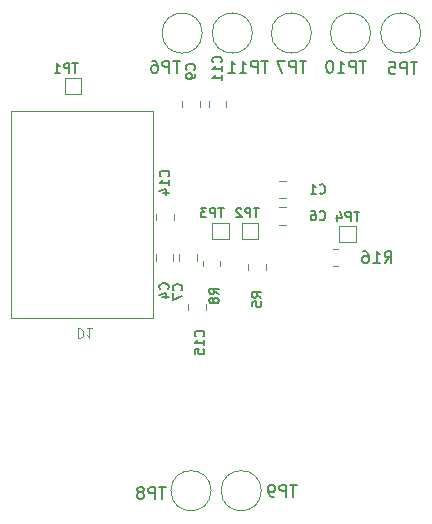
<source format=gbr>
%TF.GenerationSoftware,KiCad,Pcbnew,8.0.5-dirty*%
%TF.CreationDate,2024-11-05T15:40:08+03:00*%
%TF.ProjectId,switcher,73776974-6368-4657-922e-6b696361645f,rev?*%
%TF.SameCoordinates,Original*%
%TF.FileFunction,Legend,Bot*%
%TF.FilePolarity,Positive*%
%FSLAX46Y46*%
G04 Gerber Fmt 4.6, Leading zero omitted, Abs format (unit mm)*
G04 Created by KiCad (PCBNEW 8.0.5-dirty) date 2024-11-05 15:40:08*
%MOMM*%
%LPD*%
G01*
G04 APERTURE LIST*
%ADD10C,0.150000*%
%ADD11C,0.100000*%
%ADD12C,0.120000*%
G04 APERTURE END LIST*
D10*
X138538094Y-63354819D02*
X137966666Y-63354819D01*
X138252380Y-64354819D02*
X138252380Y-63354819D01*
X137633332Y-64354819D02*
X137633332Y-63354819D01*
X137633332Y-63354819D02*
X137252380Y-63354819D01*
X137252380Y-63354819D02*
X137157142Y-63402438D01*
X137157142Y-63402438D02*
X137109523Y-63450057D01*
X137109523Y-63450057D02*
X137061904Y-63545295D01*
X137061904Y-63545295D02*
X137061904Y-63688152D01*
X137061904Y-63688152D02*
X137109523Y-63783390D01*
X137109523Y-63783390D02*
X137157142Y-63831009D01*
X137157142Y-63831009D02*
X137252380Y-63878628D01*
X137252380Y-63878628D02*
X137633332Y-63878628D01*
X136109523Y-64354819D02*
X136680951Y-64354819D01*
X136395237Y-64354819D02*
X136395237Y-63354819D01*
X136395237Y-63354819D02*
X136490475Y-63497676D01*
X136490475Y-63497676D02*
X136585713Y-63592914D01*
X136585713Y-63592914D02*
X136680951Y-63640533D01*
X135157142Y-64354819D02*
X135728570Y-64354819D01*
X135442856Y-64354819D02*
X135442856Y-63354819D01*
X135442856Y-63354819D02*
X135538094Y-63497676D01*
X135538094Y-63497676D02*
X135633332Y-63592914D01*
X135633332Y-63592914D02*
X135728570Y-63640533D01*
X146838094Y-63354819D02*
X146266666Y-63354819D01*
X146552380Y-64354819D02*
X146552380Y-63354819D01*
X145933332Y-64354819D02*
X145933332Y-63354819D01*
X145933332Y-63354819D02*
X145552380Y-63354819D01*
X145552380Y-63354819D02*
X145457142Y-63402438D01*
X145457142Y-63402438D02*
X145409523Y-63450057D01*
X145409523Y-63450057D02*
X145361904Y-63545295D01*
X145361904Y-63545295D02*
X145361904Y-63688152D01*
X145361904Y-63688152D02*
X145409523Y-63783390D01*
X145409523Y-63783390D02*
X145457142Y-63831009D01*
X145457142Y-63831009D02*
X145552380Y-63878628D01*
X145552380Y-63878628D02*
X145933332Y-63878628D01*
X144409523Y-64354819D02*
X144980951Y-64354819D01*
X144695237Y-64354819D02*
X144695237Y-63354819D01*
X144695237Y-63354819D02*
X144790475Y-63497676D01*
X144790475Y-63497676D02*
X144885713Y-63592914D01*
X144885713Y-63592914D02*
X144980951Y-63640533D01*
X143790475Y-63354819D02*
X143695237Y-63354819D01*
X143695237Y-63354819D02*
X143599999Y-63402438D01*
X143599999Y-63402438D02*
X143552380Y-63450057D01*
X143552380Y-63450057D02*
X143504761Y-63545295D01*
X143504761Y-63545295D02*
X143457142Y-63735771D01*
X143457142Y-63735771D02*
X143457142Y-63973866D01*
X143457142Y-63973866D02*
X143504761Y-64164342D01*
X143504761Y-64164342D02*
X143552380Y-64259580D01*
X143552380Y-64259580D02*
X143599999Y-64307200D01*
X143599999Y-64307200D02*
X143695237Y-64354819D01*
X143695237Y-64354819D02*
X143790475Y-64354819D01*
X143790475Y-64354819D02*
X143885713Y-64307200D01*
X143885713Y-64307200D02*
X143933332Y-64259580D01*
X143933332Y-64259580D02*
X143980951Y-64164342D01*
X143980951Y-64164342D02*
X144028570Y-63973866D01*
X144028570Y-63973866D02*
X144028570Y-63735771D01*
X144028570Y-63735771D02*
X143980951Y-63545295D01*
X143980951Y-63545295D02*
X143933332Y-63450057D01*
X143933332Y-63450057D02*
X143885713Y-63402438D01*
X143885713Y-63402438D02*
X143790475Y-63354819D01*
X140961904Y-99254819D02*
X140390476Y-99254819D01*
X140676190Y-100254819D02*
X140676190Y-99254819D01*
X140057142Y-100254819D02*
X140057142Y-99254819D01*
X140057142Y-99254819D02*
X139676190Y-99254819D01*
X139676190Y-99254819D02*
X139580952Y-99302438D01*
X139580952Y-99302438D02*
X139533333Y-99350057D01*
X139533333Y-99350057D02*
X139485714Y-99445295D01*
X139485714Y-99445295D02*
X139485714Y-99588152D01*
X139485714Y-99588152D02*
X139533333Y-99683390D01*
X139533333Y-99683390D02*
X139580952Y-99731009D01*
X139580952Y-99731009D02*
X139676190Y-99778628D01*
X139676190Y-99778628D02*
X140057142Y-99778628D01*
X139009523Y-100254819D02*
X138819047Y-100254819D01*
X138819047Y-100254819D02*
X138723809Y-100207200D01*
X138723809Y-100207200D02*
X138676190Y-100159580D01*
X138676190Y-100159580D02*
X138580952Y-100016723D01*
X138580952Y-100016723D02*
X138533333Y-99826247D01*
X138533333Y-99826247D02*
X138533333Y-99445295D01*
X138533333Y-99445295D02*
X138580952Y-99350057D01*
X138580952Y-99350057D02*
X138628571Y-99302438D01*
X138628571Y-99302438D02*
X138723809Y-99254819D01*
X138723809Y-99254819D02*
X138914285Y-99254819D01*
X138914285Y-99254819D02*
X139009523Y-99302438D01*
X139009523Y-99302438D02*
X139057142Y-99350057D01*
X139057142Y-99350057D02*
X139104761Y-99445295D01*
X139104761Y-99445295D02*
X139104761Y-99683390D01*
X139104761Y-99683390D02*
X139057142Y-99778628D01*
X139057142Y-99778628D02*
X139009523Y-99826247D01*
X139009523Y-99826247D02*
X138914285Y-99873866D01*
X138914285Y-99873866D02*
X138723809Y-99873866D01*
X138723809Y-99873866D02*
X138628571Y-99826247D01*
X138628571Y-99826247D02*
X138580952Y-99778628D01*
X138580952Y-99778628D02*
X138533333Y-99683390D01*
X129861904Y-99454819D02*
X129290476Y-99454819D01*
X129576190Y-100454819D02*
X129576190Y-99454819D01*
X128957142Y-100454819D02*
X128957142Y-99454819D01*
X128957142Y-99454819D02*
X128576190Y-99454819D01*
X128576190Y-99454819D02*
X128480952Y-99502438D01*
X128480952Y-99502438D02*
X128433333Y-99550057D01*
X128433333Y-99550057D02*
X128385714Y-99645295D01*
X128385714Y-99645295D02*
X128385714Y-99788152D01*
X128385714Y-99788152D02*
X128433333Y-99883390D01*
X128433333Y-99883390D02*
X128480952Y-99931009D01*
X128480952Y-99931009D02*
X128576190Y-99978628D01*
X128576190Y-99978628D02*
X128957142Y-99978628D01*
X127814285Y-99883390D02*
X127909523Y-99835771D01*
X127909523Y-99835771D02*
X127957142Y-99788152D01*
X127957142Y-99788152D02*
X128004761Y-99692914D01*
X128004761Y-99692914D02*
X128004761Y-99645295D01*
X128004761Y-99645295D02*
X127957142Y-99550057D01*
X127957142Y-99550057D02*
X127909523Y-99502438D01*
X127909523Y-99502438D02*
X127814285Y-99454819D01*
X127814285Y-99454819D02*
X127623809Y-99454819D01*
X127623809Y-99454819D02*
X127528571Y-99502438D01*
X127528571Y-99502438D02*
X127480952Y-99550057D01*
X127480952Y-99550057D02*
X127433333Y-99645295D01*
X127433333Y-99645295D02*
X127433333Y-99692914D01*
X127433333Y-99692914D02*
X127480952Y-99788152D01*
X127480952Y-99788152D02*
X127528571Y-99835771D01*
X127528571Y-99835771D02*
X127623809Y-99883390D01*
X127623809Y-99883390D02*
X127814285Y-99883390D01*
X127814285Y-99883390D02*
X127909523Y-99931009D01*
X127909523Y-99931009D02*
X127957142Y-99978628D01*
X127957142Y-99978628D02*
X128004761Y-100073866D01*
X128004761Y-100073866D02*
X128004761Y-100264342D01*
X128004761Y-100264342D02*
X127957142Y-100359580D01*
X127957142Y-100359580D02*
X127909523Y-100407200D01*
X127909523Y-100407200D02*
X127814285Y-100454819D01*
X127814285Y-100454819D02*
X127623809Y-100454819D01*
X127623809Y-100454819D02*
X127528571Y-100407200D01*
X127528571Y-100407200D02*
X127480952Y-100359580D01*
X127480952Y-100359580D02*
X127433333Y-100264342D01*
X127433333Y-100264342D02*
X127433333Y-100073866D01*
X127433333Y-100073866D02*
X127480952Y-99978628D01*
X127480952Y-99978628D02*
X127528571Y-99931009D01*
X127528571Y-99931009D02*
X127623809Y-99883390D01*
X141761904Y-63354819D02*
X141190476Y-63354819D01*
X141476190Y-64354819D02*
X141476190Y-63354819D01*
X140857142Y-64354819D02*
X140857142Y-63354819D01*
X140857142Y-63354819D02*
X140476190Y-63354819D01*
X140476190Y-63354819D02*
X140380952Y-63402438D01*
X140380952Y-63402438D02*
X140333333Y-63450057D01*
X140333333Y-63450057D02*
X140285714Y-63545295D01*
X140285714Y-63545295D02*
X140285714Y-63688152D01*
X140285714Y-63688152D02*
X140333333Y-63783390D01*
X140333333Y-63783390D02*
X140380952Y-63831009D01*
X140380952Y-63831009D02*
X140476190Y-63878628D01*
X140476190Y-63878628D02*
X140857142Y-63878628D01*
X139952380Y-63354819D02*
X139285714Y-63354819D01*
X139285714Y-63354819D02*
X139714285Y-64354819D01*
X131061904Y-63354819D02*
X130490476Y-63354819D01*
X130776190Y-64354819D02*
X130776190Y-63354819D01*
X130157142Y-64354819D02*
X130157142Y-63354819D01*
X130157142Y-63354819D02*
X129776190Y-63354819D01*
X129776190Y-63354819D02*
X129680952Y-63402438D01*
X129680952Y-63402438D02*
X129633333Y-63450057D01*
X129633333Y-63450057D02*
X129585714Y-63545295D01*
X129585714Y-63545295D02*
X129585714Y-63688152D01*
X129585714Y-63688152D02*
X129633333Y-63783390D01*
X129633333Y-63783390D02*
X129680952Y-63831009D01*
X129680952Y-63831009D02*
X129776190Y-63878628D01*
X129776190Y-63878628D02*
X130157142Y-63878628D01*
X128728571Y-63354819D02*
X128919047Y-63354819D01*
X128919047Y-63354819D02*
X129014285Y-63402438D01*
X129014285Y-63402438D02*
X129061904Y-63450057D01*
X129061904Y-63450057D02*
X129157142Y-63592914D01*
X129157142Y-63592914D02*
X129204761Y-63783390D01*
X129204761Y-63783390D02*
X129204761Y-64164342D01*
X129204761Y-64164342D02*
X129157142Y-64259580D01*
X129157142Y-64259580D02*
X129109523Y-64307200D01*
X129109523Y-64307200D02*
X129014285Y-64354819D01*
X129014285Y-64354819D02*
X128823809Y-64354819D01*
X128823809Y-64354819D02*
X128728571Y-64307200D01*
X128728571Y-64307200D02*
X128680952Y-64259580D01*
X128680952Y-64259580D02*
X128633333Y-64164342D01*
X128633333Y-64164342D02*
X128633333Y-63926247D01*
X128633333Y-63926247D02*
X128680952Y-63831009D01*
X128680952Y-63831009D02*
X128728571Y-63783390D01*
X128728571Y-63783390D02*
X128823809Y-63735771D01*
X128823809Y-63735771D02*
X129014285Y-63735771D01*
X129014285Y-63735771D02*
X129109523Y-63783390D01*
X129109523Y-63783390D02*
X129157142Y-63831009D01*
X129157142Y-63831009D02*
X129204761Y-63926247D01*
X151161904Y-63454819D02*
X150590476Y-63454819D01*
X150876190Y-64454819D02*
X150876190Y-63454819D01*
X150257142Y-64454819D02*
X150257142Y-63454819D01*
X150257142Y-63454819D02*
X149876190Y-63454819D01*
X149876190Y-63454819D02*
X149780952Y-63502438D01*
X149780952Y-63502438D02*
X149733333Y-63550057D01*
X149733333Y-63550057D02*
X149685714Y-63645295D01*
X149685714Y-63645295D02*
X149685714Y-63788152D01*
X149685714Y-63788152D02*
X149733333Y-63883390D01*
X149733333Y-63883390D02*
X149780952Y-63931009D01*
X149780952Y-63931009D02*
X149876190Y-63978628D01*
X149876190Y-63978628D02*
X150257142Y-63978628D01*
X148780952Y-63454819D02*
X149257142Y-63454819D01*
X149257142Y-63454819D02*
X149304761Y-63931009D01*
X149304761Y-63931009D02*
X149257142Y-63883390D01*
X149257142Y-63883390D02*
X149161904Y-63835771D01*
X149161904Y-63835771D02*
X148923809Y-63835771D01*
X148923809Y-63835771D02*
X148828571Y-63883390D01*
X148828571Y-63883390D02*
X148780952Y-63931009D01*
X148780952Y-63931009D02*
X148733333Y-64026247D01*
X148733333Y-64026247D02*
X148733333Y-64264342D01*
X148733333Y-64264342D02*
X148780952Y-64359580D01*
X148780952Y-64359580D02*
X148828571Y-64407200D01*
X148828571Y-64407200D02*
X148923809Y-64454819D01*
X148923809Y-64454819D02*
X149161904Y-64454819D01*
X149161904Y-64454819D02*
X149257142Y-64407200D01*
X149257142Y-64407200D02*
X149304761Y-64359580D01*
X148392857Y-80454819D02*
X148726190Y-79978628D01*
X148964285Y-80454819D02*
X148964285Y-79454819D01*
X148964285Y-79454819D02*
X148583333Y-79454819D01*
X148583333Y-79454819D02*
X148488095Y-79502438D01*
X148488095Y-79502438D02*
X148440476Y-79550057D01*
X148440476Y-79550057D02*
X148392857Y-79645295D01*
X148392857Y-79645295D02*
X148392857Y-79788152D01*
X148392857Y-79788152D02*
X148440476Y-79883390D01*
X148440476Y-79883390D02*
X148488095Y-79931009D01*
X148488095Y-79931009D02*
X148583333Y-79978628D01*
X148583333Y-79978628D02*
X148964285Y-79978628D01*
X147440476Y-80454819D02*
X148011904Y-80454819D01*
X147726190Y-80454819D02*
X147726190Y-79454819D01*
X147726190Y-79454819D02*
X147821428Y-79597676D01*
X147821428Y-79597676D02*
X147916666Y-79692914D01*
X147916666Y-79692914D02*
X148011904Y-79740533D01*
X146583333Y-79454819D02*
X146773809Y-79454819D01*
X146773809Y-79454819D02*
X146869047Y-79502438D01*
X146869047Y-79502438D02*
X146916666Y-79550057D01*
X146916666Y-79550057D02*
X147011904Y-79692914D01*
X147011904Y-79692914D02*
X147059523Y-79883390D01*
X147059523Y-79883390D02*
X147059523Y-80264342D01*
X147059523Y-80264342D02*
X147011904Y-80359580D01*
X147011904Y-80359580D02*
X146964285Y-80407200D01*
X146964285Y-80407200D02*
X146869047Y-80454819D01*
X146869047Y-80454819D02*
X146678571Y-80454819D01*
X146678571Y-80454819D02*
X146583333Y-80407200D01*
X146583333Y-80407200D02*
X146535714Y-80359580D01*
X146535714Y-80359580D02*
X146488095Y-80264342D01*
X146488095Y-80264342D02*
X146488095Y-80026247D01*
X146488095Y-80026247D02*
X146535714Y-79931009D01*
X146535714Y-79931009D02*
X146583333Y-79883390D01*
X146583333Y-79883390D02*
X146678571Y-79835771D01*
X146678571Y-79835771D02*
X146869047Y-79835771D01*
X146869047Y-79835771D02*
X146964285Y-79883390D01*
X146964285Y-79883390D02*
X147011904Y-79931009D01*
X147011904Y-79931009D02*
X147059523Y-80026247D01*
X130086104Y-73135714D02*
X130124200Y-73097618D01*
X130124200Y-73097618D02*
X130162295Y-72983333D01*
X130162295Y-72983333D02*
X130162295Y-72907142D01*
X130162295Y-72907142D02*
X130124200Y-72792856D01*
X130124200Y-72792856D02*
X130048009Y-72716666D01*
X130048009Y-72716666D02*
X129971819Y-72678571D01*
X129971819Y-72678571D02*
X129819438Y-72640475D01*
X129819438Y-72640475D02*
X129705152Y-72640475D01*
X129705152Y-72640475D02*
X129552771Y-72678571D01*
X129552771Y-72678571D02*
X129476580Y-72716666D01*
X129476580Y-72716666D02*
X129400390Y-72792856D01*
X129400390Y-72792856D02*
X129362295Y-72907142D01*
X129362295Y-72907142D02*
X129362295Y-72983333D01*
X129362295Y-72983333D02*
X129400390Y-73097618D01*
X129400390Y-73097618D02*
X129438485Y-73135714D01*
X130162295Y-73897618D02*
X130162295Y-73440475D01*
X130162295Y-73669047D02*
X129362295Y-73669047D01*
X129362295Y-73669047D02*
X129476580Y-73592856D01*
X129476580Y-73592856D02*
X129552771Y-73516666D01*
X129552771Y-73516666D02*
X129590866Y-73440475D01*
X129628961Y-74583333D02*
X130162295Y-74583333D01*
X129324200Y-74392857D02*
X129895628Y-74202380D01*
X129895628Y-74202380D02*
X129895628Y-74697619D01*
X132286104Y-64116667D02*
X132324200Y-64078571D01*
X132324200Y-64078571D02*
X132362295Y-63964286D01*
X132362295Y-63964286D02*
X132362295Y-63888095D01*
X132362295Y-63888095D02*
X132324200Y-63773809D01*
X132324200Y-63773809D02*
X132248009Y-63697619D01*
X132248009Y-63697619D02*
X132171819Y-63659524D01*
X132171819Y-63659524D02*
X132019438Y-63621428D01*
X132019438Y-63621428D02*
X131905152Y-63621428D01*
X131905152Y-63621428D02*
X131752771Y-63659524D01*
X131752771Y-63659524D02*
X131676580Y-63697619D01*
X131676580Y-63697619D02*
X131600390Y-63773809D01*
X131600390Y-63773809D02*
X131562295Y-63888095D01*
X131562295Y-63888095D02*
X131562295Y-63964286D01*
X131562295Y-63964286D02*
X131600390Y-64078571D01*
X131600390Y-64078571D02*
X131638485Y-64116667D01*
X132362295Y-64497619D02*
X132362295Y-64650000D01*
X132362295Y-64650000D02*
X132324200Y-64726190D01*
X132324200Y-64726190D02*
X132286104Y-64764286D01*
X132286104Y-64764286D02*
X132171819Y-64840476D01*
X132171819Y-64840476D02*
X132019438Y-64878571D01*
X132019438Y-64878571D02*
X131714676Y-64878571D01*
X131714676Y-64878571D02*
X131638485Y-64840476D01*
X131638485Y-64840476D02*
X131600390Y-64802381D01*
X131600390Y-64802381D02*
X131562295Y-64726190D01*
X131562295Y-64726190D02*
X131562295Y-64573809D01*
X131562295Y-64573809D02*
X131600390Y-64497619D01*
X131600390Y-64497619D02*
X131638485Y-64459524D01*
X131638485Y-64459524D02*
X131714676Y-64421428D01*
X131714676Y-64421428D02*
X131905152Y-64421428D01*
X131905152Y-64421428D02*
X131981342Y-64459524D01*
X131981342Y-64459524D02*
X132019438Y-64497619D01*
X132019438Y-64497619D02*
X132057533Y-64573809D01*
X132057533Y-64573809D02*
X132057533Y-64726190D01*
X132057533Y-64726190D02*
X132019438Y-64802381D01*
X132019438Y-64802381D02*
X131981342Y-64840476D01*
X131981342Y-64840476D02*
X131905152Y-64878571D01*
X133036104Y-86685714D02*
X133074200Y-86647618D01*
X133074200Y-86647618D02*
X133112295Y-86533333D01*
X133112295Y-86533333D02*
X133112295Y-86457142D01*
X133112295Y-86457142D02*
X133074200Y-86342856D01*
X133074200Y-86342856D02*
X132998009Y-86266666D01*
X132998009Y-86266666D02*
X132921819Y-86228571D01*
X132921819Y-86228571D02*
X132769438Y-86190475D01*
X132769438Y-86190475D02*
X132655152Y-86190475D01*
X132655152Y-86190475D02*
X132502771Y-86228571D01*
X132502771Y-86228571D02*
X132426580Y-86266666D01*
X132426580Y-86266666D02*
X132350390Y-86342856D01*
X132350390Y-86342856D02*
X132312295Y-86457142D01*
X132312295Y-86457142D02*
X132312295Y-86533333D01*
X132312295Y-86533333D02*
X132350390Y-86647618D01*
X132350390Y-86647618D02*
X132388485Y-86685714D01*
X133112295Y-87447618D02*
X133112295Y-86990475D01*
X133112295Y-87219047D02*
X132312295Y-87219047D01*
X132312295Y-87219047D02*
X132426580Y-87142856D01*
X132426580Y-87142856D02*
X132502771Y-87066666D01*
X132502771Y-87066666D02*
X132540866Y-86990475D01*
X132312295Y-88171428D02*
X132312295Y-87790476D01*
X132312295Y-87790476D02*
X132693247Y-87752380D01*
X132693247Y-87752380D02*
X132655152Y-87790476D01*
X132655152Y-87790476D02*
X132617057Y-87866666D01*
X132617057Y-87866666D02*
X132617057Y-88057142D01*
X132617057Y-88057142D02*
X132655152Y-88133333D01*
X132655152Y-88133333D02*
X132693247Y-88171428D01*
X132693247Y-88171428D02*
X132769438Y-88209523D01*
X132769438Y-88209523D02*
X132959914Y-88209523D01*
X132959914Y-88209523D02*
X133036104Y-88171428D01*
X133036104Y-88171428D02*
X133074200Y-88133333D01*
X133074200Y-88133333D02*
X133112295Y-88057142D01*
X133112295Y-88057142D02*
X133112295Y-87866666D01*
X133112295Y-87866666D02*
X133074200Y-87790476D01*
X133074200Y-87790476D02*
X133036104Y-87752380D01*
X134536104Y-63485714D02*
X134574200Y-63447618D01*
X134574200Y-63447618D02*
X134612295Y-63333333D01*
X134612295Y-63333333D02*
X134612295Y-63257142D01*
X134612295Y-63257142D02*
X134574200Y-63142856D01*
X134574200Y-63142856D02*
X134498009Y-63066666D01*
X134498009Y-63066666D02*
X134421819Y-63028571D01*
X134421819Y-63028571D02*
X134269438Y-62990475D01*
X134269438Y-62990475D02*
X134155152Y-62990475D01*
X134155152Y-62990475D02*
X134002771Y-63028571D01*
X134002771Y-63028571D02*
X133926580Y-63066666D01*
X133926580Y-63066666D02*
X133850390Y-63142856D01*
X133850390Y-63142856D02*
X133812295Y-63257142D01*
X133812295Y-63257142D02*
X133812295Y-63333333D01*
X133812295Y-63333333D02*
X133850390Y-63447618D01*
X133850390Y-63447618D02*
X133888485Y-63485714D01*
X134612295Y-64247618D02*
X134612295Y-63790475D01*
X134612295Y-64019047D02*
X133812295Y-64019047D01*
X133812295Y-64019047D02*
X133926580Y-63942856D01*
X133926580Y-63942856D02*
X134002771Y-63866666D01*
X134002771Y-63866666D02*
X134040866Y-63790475D01*
X134612295Y-65009523D02*
X134612295Y-64552380D01*
X134612295Y-64780952D02*
X133812295Y-64780952D01*
X133812295Y-64780952D02*
X133926580Y-64704761D01*
X133926580Y-64704761D02*
X134002771Y-64628571D01*
X134002771Y-64628571D02*
X134040866Y-64552380D01*
X142883332Y-76786104D02*
X142921428Y-76824200D01*
X142921428Y-76824200D02*
X143035713Y-76862295D01*
X143035713Y-76862295D02*
X143111904Y-76862295D01*
X143111904Y-76862295D02*
X143226190Y-76824200D01*
X143226190Y-76824200D02*
X143302380Y-76748009D01*
X143302380Y-76748009D02*
X143340475Y-76671819D01*
X143340475Y-76671819D02*
X143378571Y-76519438D01*
X143378571Y-76519438D02*
X143378571Y-76405152D01*
X143378571Y-76405152D02*
X143340475Y-76252771D01*
X143340475Y-76252771D02*
X143302380Y-76176580D01*
X143302380Y-76176580D02*
X143226190Y-76100390D01*
X143226190Y-76100390D02*
X143111904Y-76062295D01*
X143111904Y-76062295D02*
X143035713Y-76062295D01*
X143035713Y-76062295D02*
X142921428Y-76100390D01*
X142921428Y-76100390D02*
X142883332Y-76138485D01*
X142197618Y-76062295D02*
X142349999Y-76062295D01*
X142349999Y-76062295D02*
X142426190Y-76100390D01*
X142426190Y-76100390D02*
X142464285Y-76138485D01*
X142464285Y-76138485D02*
X142540475Y-76252771D01*
X142540475Y-76252771D02*
X142578571Y-76405152D01*
X142578571Y-76405152D02*
X142578571Y-76709914D01*
X142578571Y-76709914D02*
X142540475Y-76786104D01*
X142540475Y-76786104D02*
X142502380Y-76824200D01*
X142502380Y-76824200D02*
X142426190Y-76862295D01*
X142426190Y-76862295D02*
X142273809Y-76862295D01*
X142273809Y-76862295D02*
X142197618Y-76824200D01*
X142197618Y-76824200D02*
X142159523Y-76786104D01*
X142159523Y-76786104D02*
X142121428Y-76709914D01*
X142121428Y-76709914D02*
X142121428Y-76519438D01*
X142121428Y-76519438D02*
X142159523Y-76443247D01*
X142159523Y-76443247D02*
X142197618Y-76405152D01*
X142197618Y-76405152D02*
X142273809Y-76367057D01*
X142273809Y-76367057D02*
X142426190Y-76367057D01*
X142426190Y-76367057D02*
X142502380Y-76405152D01*
X142502380Y-76405152D02*
X142540475Y-76443247D01*
X142540475Y-76443247D02*
X142578571Y-76519438D01*
X142883332Y-74536104D02*
X142921428Y-74574200D01*
X142921428Y-74574200D02*
X143035713Y-74612295D01*
X143035713Y-74612295D02*
X143111904Y-74612295D01*
X143111904Y-74612295D02*
X143226190Y-74574200D01*
X143226190Y-74574200D02*
X143302380Y-74498009D01*
X143302380Y-74498009D02*
X143340475Y-74421819D01*
X143340475Y-74421819D02*
X143378571Y-74269438D01*
X143378571Y-74269438D02*
X143378571Y-74155152D01*
X143378571Y-74155152D02*
X143340475Y-74002771D01*
X143340475Y-74002771D02*
X143302380Y-73926580D01*
X143302380Y-73926580D02*
X143226190Y-73850390D01*
X143226190Y-73850390D02*
X143111904Y-73812295D01*
X143111904Y-73812295D02*
X143035713Y-73812295D01*
X143035713Y-73812295D02*
X142921428Y-73850390D01*
X142921428Y-73850390D02*
X142883332Y-73888485D01*
X142121428Y-74612295D02*
X142578571Y-74612295D01*
X142349999Y-74612295D02*
X142349999Y-73812295D01*
X142349999Y-73812295D02*
X142426190Y-73926580D01*
X142426190Y-73926580D02*
X142502380Y-74002771D01*
X142502380Y-74002771D02*
X142578571Y-74040866D01*
X130036104Y-82666667D02*
X130074200Y-82628571D01*
X130074200Y-82628571D02*
X130112295Y-82514286D01*
X130112295Y-82514286D02*
X130112295Y-82438095D01*
X130112295Y-82438095D02*
X130074200Y-82323809D01*
X130074200Y-82323809D02*
X129998009Y-82247619D01*
X129998009Y-82247619D02*
X129921819Y-82209524D01*
X129921819Y-82209524D02*
X129769438Y-82171428D01*
X129769438Y-82171428D02*
X129655152Y-82171428D01*
X129655152Y-82171428D02*
X129502771Y-82209524D01*
X129502771Y-82209524D02*
X129426580Y-82247619D01*
X129426580Y-82247619D02*
X129350390Y-82323809D01*
X129350390Y-82323809D02*
X129312295Y-82438095D01*
X129312295Y-82438095D02*
X129312295Y-82514286D01*
X129312295Y-82514286D02*
X129350390Y-82628571D01*
X129350390Y-82628571D02*
X129388485Y-82666667D01*
X129578961Y-83352381D02*
X130112295Y-83352381D01*
X129274200Y-83161905D02*
X129845628Y-82971428D01*
X129845628Y-82971428D02*
X129845628Y-83466667D01*
X134759523Y-75812295D02*
X134302380Y-75812295D01*
X134530952Y-76612295D02*
X134530952Y-75812295D01*
X134035713Y-76612295D02*
X134035713Y-75812295D01*
X134035713Y-75812295D02*
X133730951Y-75812295D01*
X133730951Y-75812295D02*
X133654761Y-75850390D01*
X133654761Y-75850390D02*
X133616666Y-75888485D01*
X133616666Y-75888485D02*
X133578570Y-75964676D01*
X133578570Y-75964676D02*
X133578570Y-76078961D01*
X133578570Y-76078961D02*
X133616666Y-76155152D01*
X133616666Y-76155152D02*
X133654761Y-76193247D01*
X133654761Y-76193247D02*
X133730951Y-76231342D01*
X133730951Y-76231342D02*
X134035713Y-76231342D01*
X133311904Y-75812295D02*
X132816666Y-75812295D01*
X132816666Y-75812295D02*
X133083332Y-76117057D01*
X133083332Y-76117057D02*
X132969047Y-76117057D01*
X132969047Y-76117057D02*
X132892856Y-76155152D01*
X132892856Y-76155152D02*
X132854761Y-76193247D01*
X132854761Y-76193247D02*
X132816666Y-76269438D01*
X132816666Y-76269438D02*
X132816666Y-76459914D01*
X132816666Y-76459914D02*
X132854761Y-76536104D01*
X132854761Y-76536104D02*
X132892856Y-76574200D01*
X132892856Y-76574200D02*
X132969047Y-76612295D01*
X132969047Y-76612295D02*
X133197618Y-76612295D01*
X133197618Y-76612295D02*
X133273809Y-76574200D01*
X133273809Y-76574200D02*
X133311904Y-76536104D01*
X122409523Y-63562295D02*
X121952380Y-63562295D01*
X122180952Y-64362295D02*
X122180952Y-63562295D01*
X121685713Y-64362295D02*
X121685713Y-63562295D01*
X121685713Y-63562295D02*
X121380951Y-63562295D01*
X121380951Y-63562295D02*
X121304761Y-63600390D01*
X121304761Y-63600390D02*
X121266666Y-63638485D01*
X121266666Y-63638485D02*
X121228570Y-63714676D01*
X121228570Y-63714676D02*
X121228570Y-63828961D01*
X121228570Y-63828961D02*
X121266666Y-63905152D01*
X121266666Y-63905152D02*
X121304761Y-63943247D01*
X121304761Y-63943247D02*
X121380951Y-63981342D01*
X121380951Y-63981342D02*
X121685713Y-63981342D01*
X120466666Y-64362295D02*
X120923809Y-64362295D01*
X120695237Y-64362295D02*
X120695237Y-63562295D01*
X120695237Y-63562295D02*
X120771428Y-63676580D01*
X120771428Y-63676580D02*
X120847618Y-63752771D01*
X120847618Y-63752771D02*
X120923809Y-63790866D01*
X134362295Y-83116667D02*
X133981342Y-82850000D01*
X134362295Y-82659524D02*
X133562295Y-82659524D01*
X133562295Y-82659524D02*
X133562295Y-82964286D01*
X133562295Y-82964286D02*
X133600390Y-83040476D01*
X133600390Y-83040476D02*
X133638485Y-83078571D01*
X133638485Y-83078571D02*
X133714676Y-83116667D01*
X133714676Y-83116667D02*
X133828961Y-83116667D01*
X133828961Y-83116667D02*
X133905152Y-83078571D01*
X133905152Y-83078571D02*
X133943247Y-83040476D01*
X133943247Y-83040476D02*
X133981342Y-82964286D01*
X133981342Y-82964286D02*
X133981342Y-82659524D01*
X133905152Y-83573809D02*
X133867057Y-83497619D01*
X133867057Y-83497619D02*
X133828961Y-83459524D01*
X133828961Y-83459524D02*
X133752771Y-83421428D01*
X133752771Y-83421428D02*
X133714676Y-83421428D01*
X133714676Y-83421428D02*
X133638485Y-83459524D01*
X133638485Y-83459524D02*
X133600390Y-83497619D01*
X133600390Y-83497619D02*
X133562295Y-83573809D01*
X133562295Y-83573809D02*
X133562295Y-83726190D01*
X133562295Y-83726190D02*
X133600390Y-83802381D01*
X133600390Y-83802381D02*
X133638485Y-83840476D01*
X133638485Y-83840476D02*
X133714676Y-83878571D01*
X133714676Y-83878571D02*
X133752771Y-83878571D01*
X133752771Y-83878571D02*
X133828961Y-83840476D01*
X133828961Y-83840476D02*
X133867057Y-83802381D01*
X133867057Y-83802381D02*
X133905152Y-83726190D01*
X133905152Y-83726190D02*
X133905152Y-83573809D01*
X133905152Y-83573809D02*
X133943247Y-83497619D01*
X133943247Y-83497619D02*
X133981342Y-83459524D01*
X133981342Y-83459524D02*
X134057533Y-83421428D01*
X134057533Y-83421428D02*
X134209914Y-83421428D01*
X134209914Y-83421428D02*
X134286104Y-83459524D01*
X134286104Y-83459524D02*
X134324200Y-83497619D01*
X134324200Y-83497619D02*
X134362295Y-83573809D01*
X134362295Y-83573809D02*
X134362295Y-83726190D01*
X134362295Y-83726190D02*
X134324200Y-83802381D01*
X134324200Y-83802381D02*
X134286104Y-83840476D01*
X134286104Y-83840476D02*
X134209914Y-83878571D01*
X134209914Y-83878571D02*
X134057533Y-83878571D01*
X134057533Y-83878571D02*
X133981342Y-83840476D01*
X133981342Y-83840476D02*
X133943247Y-83802381D01*
X133943247Y-83802381D02*
X133905152Y-83726190D01*
X137962295Y-83416667D02*
X137581342Y-83150000D01*
X137962295Y-82959524D02*
X137162295Y-82959524D01*
X137162295Y-82959524D02*
X137162295Y-83264286D01*
X137162295Y-83264286D02*
X137200390Y-83340476D01*
X137200390Y-83340476D02*
X137238485Y-83378571D01*
X137238485Y-83378571D02*
X137314676Y-83416667D01*
X137314676Y-83416667D02*
X137428961Y-83416667D01*
X137428961Y-83416667D02*
X137505152Y-83378571D01*
X137505152Y-83378571D02*
X137543247Y-83340476D01*
X137543247Y-83340476D02*
X137581342Y-83264286D01*
X137581342Y-83264286D02*
X137581342Y-82959524D01*
X137162295Y-84140476D02*
X137162295Y-83759524D01*
X137162295Y-83759524D02*
X137543247Y-83721428D01*
X137543247Y-83721428D02*
X137505152Y-83759524D01*
X137505152Y-83759524D02*
X137467057Y-83835714D01*
X137467057Y-83835714D02*
X137467057Y-84026190D01*
X137467057Y-84026190D02*
X137505152Y-84102381D01*
X137505152Y-84102381D02*
X137543247Y-84140476D01*
X137543247Y-84140476D02*
X137619438Y-84178571D01*
X137619438Y-84178571D02*
X137809914Y-84178571D01*
X137809914Y-84178571D02*
X137886104Y-84140476D01*
X137886104Y-84140476D02*
X137924200Y-84102381D01*
X137924200Y-84102381D02*
X137962295Y-84026190D01*
X137962295Y-84026190D02*
X137962295Y-83835714D01*
X137962295Y-83835714D02*
X137924200Y-83759524D01*
X137924200Y-83759524D02*
X137886104Y-83721428D01*
X131186104Y-82766667D02*
X131224200Y-82728571D01*
X131224200Y-82728571D02*
X131262295Y-82614286D01*
X131262295Y-82614286D02*
X131262295Y-82538095D01*
X131262295Y-82538095D02*
X131224200Y-82423809D01*
X131224200Y-82423809D02*
X131148009Y-82347619D01*
X131148009Y-82347619D02*
X131071819Y-82309524D01*
X131071819Y-82309524D02*
X130919438Y-82271428D01*
X130919438Y-82271428D02*
X130805152Y-82271428D01*
X130805152Y-82271428D02*
X130652771Y-82309524D01*
X130652771Y-82309524D02*
X130576580Y-82347619D01*
X130576580Y-82347619D02*
X130500390Y-82423809D01*
X130500390Y-82423809D02*
X130462295Y-82538095D01*
X130462295Y-82538095D02*
X130462295Y-82614286D01*
X130462295Y-82614286D02*
X130500390Y-82728571D01*
X130500390Y-82728571D02*
X130538485Y-82766667D01*
X130462295Y-83033333D02*
X130462295Y-83566667D01*
X130462295Y-83566667D02*
X131262295Y-83223809D01*
X137759523Y-75812295D02*
X137302380Y-75812295D01*
X137530952Y-76612295D02*
X137530952Y-75812295D01*
X137035713Y-76612295D02*
X137035713Y-75812295D01*
X137035713Y-75812295D02*
X136730951Y-75812295D01*
X136730951Y-75812295D02*
X136654761Y-75850390D01*
X136654761Y-75850390D02*
X136616666Y-75888485D01*
X136616666Y-75888485D02*
X136578570Y-75964676D01*
X136578570Y-75964676D02*
X136578570Y-76078961D01*
X136578570Y-76078961D02*
X136616666Y-76155152D01*
X136616666Y-76155152D02*
X136654761Y-76193247D01*
X136654761Y-76193247D02*
X136730951Y-76231342D01*
X136730951Y-76231342D02*
X137035713Y-76231342D01*
X136273809Y-75888485D02*
X136235713Y-75850390D01*
X136235713Y-75850390D02*
X136159523Y-75812295D01*
X136159523Y-75812295D02*
X135969047Y-75812295D01*
X135969047Y-75812295D02*
X135892856Y-75850390D01*
X135892856Y-75850390D02*
X135854761Y-75888485D01*
X135854761Y-75888485D02*
X135816666Y-75964676D01*
X135816666Y-75964676D02*
X135816666Y-76040866D01*
X135816666Y-76040866D02*
X135854761Y-76155152D01*
X135854761Y-76155152D02*
X136311904Y-76612295D01*
X136311904Y-76612295D02*
X135816666Y-76612295D01*
D11*
X122409524Y-86010104D02*
X122409524Y-86810104D01*
X122409524Y-86810104D02*
X122600000Y-86810104D01*
X122600000Y-86810104D02*
X122714286Y-86772009D01*
X122714286Y-86772009D02*
X122790476Y-86695819D01*
X122790476Y-86695819D02*
X122828571Y-86619628D01*
X122828571Y-86619628D02*
X122866667Y-86467247D01*
X122866667Y-86467247D02*
X122866667Y-86352961D01*
X122866667Y-86352961D02*
X122828571Y-86200580D01*
X122828571Y-86200580D02*
X122790476Y-86124390D01*
X122790476Y-86124390D02*
X122714286Y-86048200D01*
X122714286Y-86048200D02*
X122600000Y-86010104D01*
X122600000Y-86010104D02*
X122409524Y-86010104D01*
X123628571Y-86010104D02*
X123171428Y-86010104D01*
X123400000Y-86010104D02*
X123400000Y-86810104D01*
X123400000Y-86810104D02*
X123323809Y-86695819D01*
X123323809Y-86695819D02*
X123247619Y-86619628D01*
X123247619Y-86619628D02*
X123171428Y-86581533D01*
D10*
X146259523Y-76114295D02*
X145802380Y-76114295D01*
X146030952Y-76914295D02*
X146030952Y-76114295D01*
X145535713Y-76914295D02*
X145535713Y-76114295D01*
X145535713Y-76114295D02*
X145230951Y-76114295D01*
X145230951Y-76114295D02*
X145154761Y-76152390D01*
X145154761Y-76152390D02*
X145116666Y-76190485D01*
X145116666Y-76190485D02*
X145078570Y-76266676D01*
X145078570Y-76266676D02*
X145078570Y-76380961D01*
X145078570Y-76380961D02*
X145116666Y-76457152D01*
X145116666Y-76457152D02*
X145154761Y-76495247D01*
X145154761Y-76495247D02*
X145230951Y-76533342D01*
X145230951Y-76533342D02*
X145535713Y-76533342D01*
X144392856Y-76380961D02*
X144392856Y-76914295D01*
X144583332Y-76076200D02*
X144773809Y-76647628D01*
X144773809Y-76647628D02*
X144278570Y-76647628D01*
D12*
%TO.C,TP11*%
X137200000Y-61000000D02*
G75*
G02*
X133800000Y-61000000I-1700000J0D01*
G01*
X133800000Y-61000000D02*
G75*
G02*
X137200000Y-61000000I1700000J0D01*
G01*
%TO.C,TP10*%
X147200000Y-61000000D02*
G75*
G02*
X143800000Y-61000000I-1700000J0D01*
G01*
X143800000Y-61000000D02*
G75*
G02*
X147200000Y-61000000I1700000J0D01*
G01*
%TO.C,TP9*%
X137950000Y-99750000D02*
G75*
G02*
X134550000Y-99750000I-1700000J0D01*
G01*
X134550000Y-99750000D02*
G75*
G02*
X137950000Y-99750000I1700000J0D01*
G01*
%TO.C,TP8*%
X133700000Y-99750000D02*
G75*
G02*
X130300000Y-99750000I-1700000J0D01*
G01*
X130300000Y-99750000D02*
G75*
G02*
X133700000Y-99750000I1700000J0D01*
G01*
%TO.C,TP7*%
X142200000Y-61000000D02*
G75*
G02*
X138800000Y-61000000I-1700000J0D01*
G01*
X138800000Y-61000000D02*
G75*
G02*
X142200000Y-61000000I1700000J0D01*
G01*
%TO.C,TP6*%
X132950000Y-61000000D02*
G75*
G02*
X129550000Y-61000000I-1700000J0D01*
G01*
X129550000Y-61000000D02*
G75*
G02*
X132950000Y-61000000I1700000J0D01*
G01*
%TO.C,TP5*%
X151450000Y-61000000D02*
G75*
G02*
X148050000Y-61000000I-1700000J0D01*
G01*
X148050000Y-61000000D02*
G75*
G02*
X151450000Y-61000000I1700000J0D01*
G01*
%TO.C,R16*%
X144022936Y-79265000D02*
X144477064Y-79265000D01*
X144022936Y-80735000D02*
X144477064Y-80735000D01*
%TO.C,C14*%
X130535000Y-76338748D02*
X130535000Y-76861252D01*
X129065000Y-76338748D02*
X129065000Y-76861252D01*
%TO.C,C9*%
X131265000Y-67261252D02*
X131265000Y-66738748D01*
X132735000Y-67261252D02*
X132735000Y-66738748D01*
%TO.C,C15*%
X133235000Y-84461252D02*
X133235000Y-83938748D01*
X131765000Y-84461252D02*
X131765000Y-83938748D01*
%TO.C,C11*%
X134985000Y-66738748D02*
X134985000Y-67261252D01*
X133515000Y-66738748D02*
X133515000Y-67261252D01*
%TO.C,C6*%
X140011252Y-75765000D02*
X139488748Y-75765000D01*
X140011252Y-77235000D02*
X139488748Y-77235000D01*
%TO.C,C1*%
X140011252Y-73515000D02*
X139488748Y-73515000D01*
X140011252Y-74985000D02*
X139488748Y-74985000D01*
%TO.C,C4*%
X129015000Y-80261252D02*
X129015000Y-79738748D01*
X130485000Y-80261252D02*
X130485000Y-79738748D01*
%TO.C,TP3*%
X133800000Y-77050000D02*
X135200000Y-77050000D01*
X133800000Y-78450000D02*
X133800000Y-77050000D01*
X135200000Y-77050000D02*
X135200000Y-78450000D01*
X135200000Y-78450000D02*
X133800000Y-78450000D01*
%TO.C,TP1*%
X121300000Y-64800000D02*
X122700000Y-64800000D01*
X121300000Y-66200000D02*
X121300000Y-64800000D01*
X122700000Y-64800000D02*
X122700000Y-66200000D01*
X122700000Y-66200000D02*
X121300000Y-66200000D01*
%TO.C,R8*%
X133015000Y-80272936D02*
X133015000Y-80727064D01*
X134485000Y-80272936D02*
X134485000Y-80727064D01*
%TO.C,R5*%
X136865000Y-80572936D02*
X136865000Y-81027064D01*
X138335000Y-80572936D02*
X138335000Y-81027064D01*
%TO.C,C7*%
X131015000Y-80261252D02*
X131015000Y-79738748D01*
X132485000Y-80261252D02*
X132485000Y-79738748D01*
%TO.C,TP2*%
X136300000Y-77050000D02*
X137700000Y-77050000D01*
X136300000Y-78450000D02*
X136300000Y-77050000D01*
X137700000Y-77050000D02*
X137700000Y-78450000D01*
X137700000Y-78450000D02*
X136300000Y-78450000D01*
%TO.C,D1*%
D11*
X116750000Y-85125000D02*
X128750000Y-85125000D01*
X128750000Y-67625000D01*
X116750000Y-67625000D01*
X116750000Y-85125000D01*
D12*
%TO.C,TP4*%
X144550000Y-77300000D02*
X145950000Y-77300000D01*
X144550000Y-78700000D02*
X144550000Y-77300000D01*
X145950000Y-77300000D02*
X145950000Y-78700000D01*
X145950000Y-78700000D02*
X144550000Y-78700000D01*
%TD*%
M02*

</source>
